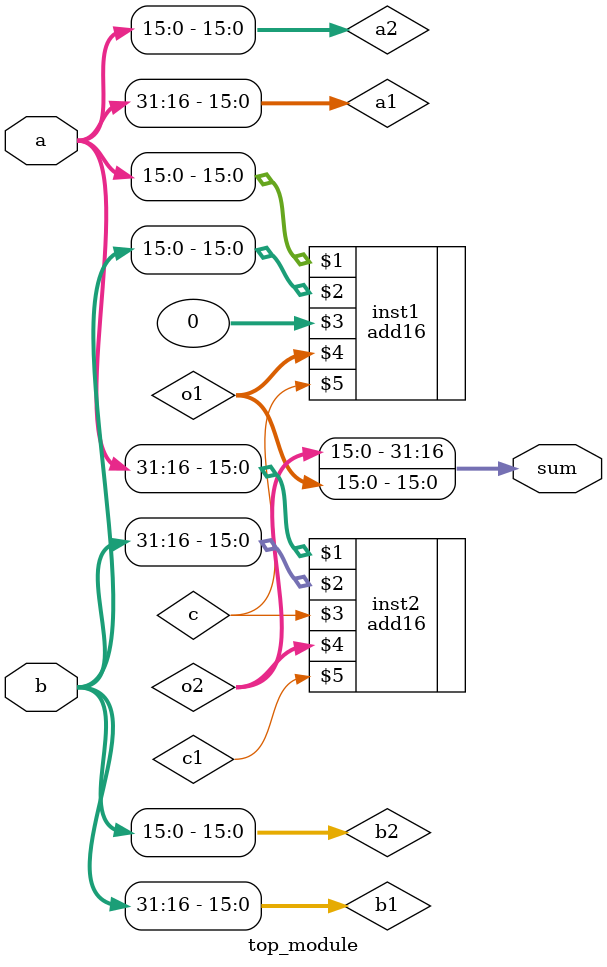
<source format=v>
module top_module(
    input [31:0] a,
    input [31:0] b,
    output [31:0] sum
);
    
    reg c,c1;
    reg [15:0] a1,a2,b1,b2,o1,o2;
    assign {a1,a2,b1,b2} = {a,b};
    add16 inst1 (a2,b2, 0 , o1, c);
    add16 inst2 (a1,b1, c , o2, c1);
    assign sum = {o2,o1};

endmodule

</source>
